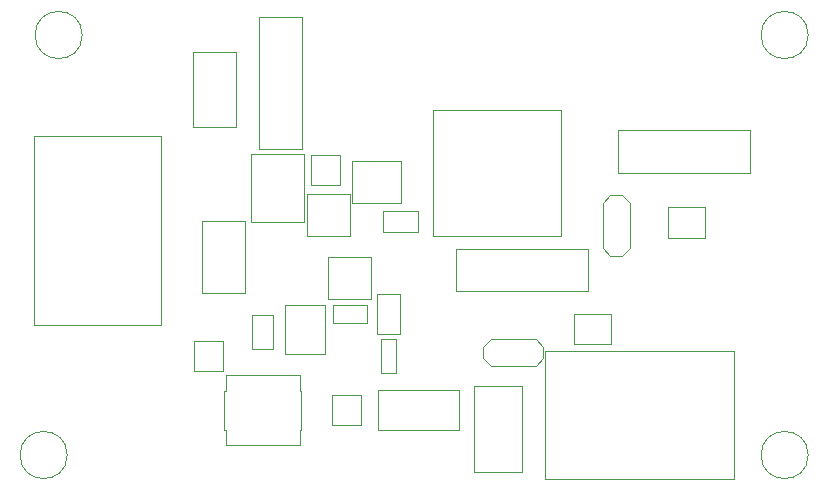
<source format=gbr>
%TF.GenerationSoftware,KiCad,Pcbnew,7.0.4*%
%TF.CreationDate,2023-05-30T06:19:14+05:30*%
%TF.ProjectId,1,312e6b69-6361-4645-9f70-636258585858,rev?*%
%TF.SameCoordinates,Original*%
%TF.FileFunction,Other,User*%
%FSLAX46Y46*%
G04 Gerber Fmt 4.6, Leading zero omitted, Abs format (unit mm)*
G04 Created by KiCad (PCBNEW 7.0.4) date 2023-05-30 06:19:14*
%MOMM*%
%LPD*%
G01*
G04 APERTURE LIST*
%ADD10C,0.050000*%
G04 APERTURE END LIST*
D10*
%TO.C,U1*%
X125199000Y-78867000D02*
X125199000Y-72517000D01*
X128801000Y-78867000D02*
X125199000Y-78867000D01*
X125199000Y-72517000D02*
X128801000Y-72517000D01*
X128801000Y-72517000D02*
X128801000Y-78867000D01*
%TO.C,J3*%
X114522000Y-106680000D02*
G75*
G03*
X114522000Y-106680000I-2000000J0D01*
G01*
%TO.C,TP1*%
X125242000Y-97048000D02*
X125242000Y-99548000D01*
X125242000Y-97048000D02*
X127742000Y-97048000D01*
X127742000Y-99548000D02*
X125242000Y-99548000D01*
X127742000Y-99548000D02*
X127742000Y-97048000D01*
%TO.C,J5*%
X177260000Y-106680000D02*
G75*
G03*
X177260000Y-106680000I-2000000J0D01*
G01*
%TO.C,TP5*%
X136926000Y-101620000D02*
X136926000Y-104120000D01*
X136926000Y-101620000D02*
X139426000Y-101620000D01*
X139426000Y-104120000D02*
X136926000Y-104120000D01*
X139426000Y-104120000D02*
X139426000Y-101620000D01*
%TO.C,C4*%
X144218000Y-87758000D02*
X141278000Y-87758000D01*
X144218000Y-85978000D02*
X144218000Y-87758000D01*
X141278000Y-87758000D02*
X141278000Y-85978000D01*
X141278000Y-85978000D02*
X144218000Y-85978000D01*
%TO.C,J11*%
X158600000Y-89200000D02*
X147400000Y-89200000D01*
X147400000Y-89200000D02*
X147400000Y-92800000D01*
X158600000Y-92800000D02*
X158600000Y-89200000D01*
X147400000Y-92800000D02*
X158600000Y-92800000D01*
%TO.C,TP8*%
X161500000Y-84700000D02*
X160500000Y-84700000D01*
X160500000Y-84700000D02*
X159850000Y-85350000D01*
X162150000Y-85350000D02*
X161500000Y-84700000D01*
X159850000Y-85350000D02*
X159850000Y-89150000D01*
X162150000Y-89150000D02*
X162150000Y-85350000D01*
X159850000Y-89150000D02*
X160500000Y-89800000D01*
X161500000Y-89800000D02*
X162150000Y-89150000D01*
X160500000Y-89800000D02*
X161500000Y-89800000D01*
%TO.C,J9*%
X136630000Y-89894000D02*
X136630000Y-93494000D01*
X136630000Y-93494000D02*
X140230000Y-93494000D01*
X140230000Y-89894000D02*
X136630000Y-89894000D01*
X140230000Y-93494000D02*
X140230000Y-89894000D01*
%TO.C,J4*%
X122499000Y-79630000D02*
X111689000Y-79630000D01*
X111689000Y-79630000D02*
X111689000Y-95630000D01*
X122499000Y-95630000D02*
X122499000Y-79630000D01*
X111689000Y-95630000D02*
X122499000Y-95630000D01*
%TO.C,J8*%
X134388000Y-80784000D02*
X134388000Y-69584000D01*
X134388000Y-69584000D02*
X130788000Y-69584000D01*
X130788000Y-80784000D02*
X134388000Y-80784000D01*
X130788000Y-69584000D02*
X130788000Y-80784000D01*
%TO.C,R3*%
X136980000Y-93992000D02*
X139880000Y-93992000D01*
X136980000Y-95492000D02*
X136980000Y-93992000D01*
X139880000Y-93992000D02*
X139880000Y-95492000D01*
X139880000Y-95492000D02*
X136980000Y-95492000D01*
%TO.C,TP9*%
X154840000Y-98500000D02*
X154840000Y-97500000D01*
X154840000Y-97500000D02*
X154190000Y-96850000D01*
X154190000Y-99150000D02*
X154840000Y-98500000D01*
X154190000Y-96850000D02*
X150390000Y-96850000D01*
X150390000Y-99150000D02*
X154190000Y-99150000D01*
X150390000Y-96850000D02*
X149740000Y-97500000D01*
X149740000Y-98500000D02*
X150390000Y-99150000D01*
X149740000Y-97500000D02*
X149740000Y-98500000D01*
%TO.C,J7*%
X134852000Y-84560000D02*
X134852000Y-88160000D01*
X134852000Y-88160000D02*
X138452000Y-88160000D01*
X138452000Y-84560000D02*
X134852000Y-84560000D01*
X138452000Y-88160000D02*
X138452000Y-84560000D01*
%TO.C,F2*%
X160600000Y-97300000D02*
X157400000Y-97300000D01*
X160600000Y-94700000D02*
X160600000Y-97300000D01*
X157400000Y-97300000D02*
X157400000Y-94700000D01*
X157400000Y-94700000D02*
X160600000Y-94700000D01*
%TO.C,TP3*%
X135148000Y-81300000D02*
X135148000Y-83800000D01*
X135148000Y-81300000D02*
X137648000Y-81300000D01*
X137648000Y-83800000D02*
X135148000Y-83800000D01*
X137648000Y-83800000D02*
X137648000Y-81300000D01*
%TO.C,Buck_IC1*%
X138616000Y-81791000D02*
X142816000Y-81791000D01*
X138616000Y-85341000D02*
X138616000Y-81791000D01*
X142816000Y-81791000D02*
X142816000Y-85341000D01*
X142816000Y-85341000D02*
X138616000Y-85341000D01*
%TO.C,F1*%
X168550000Y-88300000D02*
X165350000Y-88300000D01*
X168550000Y-85700000D02*
X168550000Y-88300000D01*
X165350000Y-88300000D02*
X165350000Y-85700000D01*
X165350000Y-85700000D02*
X168550000Y-85700000D01*
%TO.C,Boost_IC1*%
X132920000Y-98087000D02*
X132920000Y-93937000D01*
X136320000Y-98087000D02*
X132920000Y-98087000D01*
X132920000Y-93937000D02*
X136320000Y-93937000D01*
X136320000Y-93937000D02*
X136320000Y-98087000D01*
%TO.C,JMP1*%
X125962000Y-86841000D02*
X125962000Y-92991000D01*
X125962000Y-92991000D02*
X129562000Y-92991000D01*
X129562000Y-86841000D02*
X125962000Y-86841000D01*
X129562000Y-92991000D02*
X129562000Y-86841000D01*
%TO.C,J10*%
X172340000Y-79200000D02*
X161140000Y-79200000D01*
X161140000Y-79200000D02*
X161140000Y-82800000D01*
X172340000Y-82800000D02*
X172340000Y-79200000D01*
X161140000Y-82800000D02*
X172340000Y-82800000D01*
%TO.C,R2*%
X141071600Y-99707700D02*
X141071600Y-96888300D01*
X141071600Y-99707700D02*
X141071600Y-96888300D01*
X142392400Y-99707700D02*
X141071600Y-99707700D01*
X142392400Y-99707700D02*
X141071600Y-99707700D01*
X141071600Y-96888300D02*
X142392400Y-96888300D01*
X141071600Y-96888300D02*
X142392400Y-96888300D01*
X142392400Y-96888300D02*
X142392400Y-99707700D01*
X142392400Y-96888300D02*
X142392400Y-99707700D01*
%TO.C,D1*%
X147672000Y-104570000D02*
X140872000Y-104570000D01*
X147672000Y-101170000D02*
X147672000Y-104570000D01*
X140872000Y-104570000D02*
X140872000Y-101170000D01*
X140872000Y-101170000D02*
X147672000Y-101170000D01*
%TO.C,R1*%
X140782000Y-96442000D02*
X140782000Y-93042000D01*
X142682000Y-96442000D02*
X140782000Y-96442000D01*
X140782000Y-93042000D02*
X142682000Y-93042000D01*
X142682000Y-93042000D02*
X142682000Y-96442000D01*
%TO.C,C3*%
X130084000Y-86949000D02*
X130084000Y-81199000D01*
X134584000Y-86949000D02*
X130084000Y-86949000D01*
X130084000Y-81199000D02*
X134584000Y-81199000D01*
X134584000Y-81199000D02*
X134584000Y-86949000D01*
%TO.C,J2*%
X115792000Y-71120000D02*
G75*
G03*
X115792000Y-71120000I-2000000J0D01*
G01*
%TO.C,C1*%
X131954000Y-94796000D02*
X131954000Y-97736000D01*
X130174000Y-94796000D02*
X131954000Y-94796000D01*
X131954000Y-97736000D02*
X130174000Y-97736000D01*
X130174000Y-97736000D02*
X130174000Y-94796000D01*
%TO.C,L1*%
X127787400Y-101219000D02*
X127939800Y-101219000D01*
X127787400Y-101219000D02*
X127939800Y-101219000D01*
X127787400Y-104521000D02*
X127787400Y-101219000D01*
X127787400Y-104521000D02*
X127787400Y-101219000D01*
X127939800Y-99898200D02*
X134188200Y-99898200D01*
X127939800Y-99898200D02*
X134188200Y-99898200D01*
X127939800Y-101219000D02*
X127939800Y-99898200D01*
X127939800Y-101219000D02*
X127939800Y-99898200D01*
X127939800Y-104521000D02*
X127787400Y-104521000D01*
X127939800Y-104521000D02*
X127787400Y-104521000D01*
X127939800Y-105841800D02*
X127939800Y-104521000D01*
X127939800Y-105841800D02*
X127939800Y-104521000D01*
X134188200Y-99898200D02*
X134188200Y-101219000D01*
X134188200Y-99898200D02*
X134188200Y-101219000D01*
X134188200Y-101219000D02*
X134340600Y-101219000D01*
X134188200Y-101219000D02*
X134340600Y-101219000D01*
X134188200Y-104521000D02*
X134188200Y-105841800D01*
X134188200Y-104521000D02*
X134188200Y-105841800D01*
X134188200Y-105841800D02*
X127939800Y-105841800D01*
X134188200Y-105841800D02*
X127939800Y-105841800D01*
X134340600Y-101219000D02*
X134340600Y-104521000D01*
X134340600Y-101219000D02*
X134340600Y-104521000D01*
X134340600Y-104521000D02*
X134188200Y-104521000D01*
X134340600Y-104521000D02*
X134188200Y-104521000D01*
%TO.C,L2*%
X156286200Y-77495400D02*
X156286200Y-88112600D01*
X156286200Y-77495400D02*
X156286200Y-88112600D01*
X156235400Y-77495400D02*
X156286200Y-77495400D01*
X156235400Y-77495400D02*
X156286200Y-77495400D01*
X156235400Y-77495400D02*
X156235400Y-77495400D01*
X156235400Y-77495400D02*
X156235400Y-77495400D01*
X145516600Y-77495400D02*
X156235400Y-77495400D01*
X145516600Y-77495400D02*
X156235400Y-77495400D01*
X145516600Y-77495400D02*
X145516600Y-77495400D01*
X145516600Y-77495400D02*
X145516600Y-77495400D01*
X145465800Y-77495400D02*
X145516600Y-77495400D01*
X145465800Y-77495400D02*
X145516600Y-77495400D01*
X156286200Y-88112600D02*
X156235400Y-88112600D01*
X156286200Y-88112600D02*
X156235400Y-88112600D01*
X156235400Y-88112600D02*
X156235400Y-88112600D01*
X156235400Y-88112600D02*
X156235400Y-88112600D01*
X156235400Y-88112600D02*
X145516600Y-88112600D01*
X156235400Y-88112600D02*
X145516600Y-88112600D01*
X145516600Y-88112600D02*
X145516600Y-88112600D01*
X145516600Y-88112600D02*
X145516600Y-88112600D01*
X145516600Y-88112600D02*
X145465800Y-88112600D01*
X145516600Y-88112600D02*
X145465800Y-88112600D01*
X145465800Y-88112600D02*
X145465800Y-77495400D01*
X145465800Y-88112600D02*
X145465800Y-77495400D01*
%TO.C,J6*%
X177260000Y-71120000D02*
G75*
G03*
X177260000Y-71120000I-2000000J0D01*
G01*
%TO.C,C2*%
X149000000Y-108100000D02*
X149000000Y-100800000D01*
X153000000Y-108100000D02*
X149000000Y-108100000D01*
X149000000Y-100800000D02*
X153000000Y-100800000D01*
X153000000Y-100800000D02*
X153000000Y-108100000D01*
%TO.C,J1*%
X171000000Y-108710000D02*
X171000000Y-97900000D01*
X171000000Y-97900000D02*
X155000000Y-97900000D01*
X155000000Y-108710000D02*
X171000000Y-108710000D01*
X155000000Y-97900000D02*
X155000000Y-108710000D01*
%TD*%
M02*

</source>
